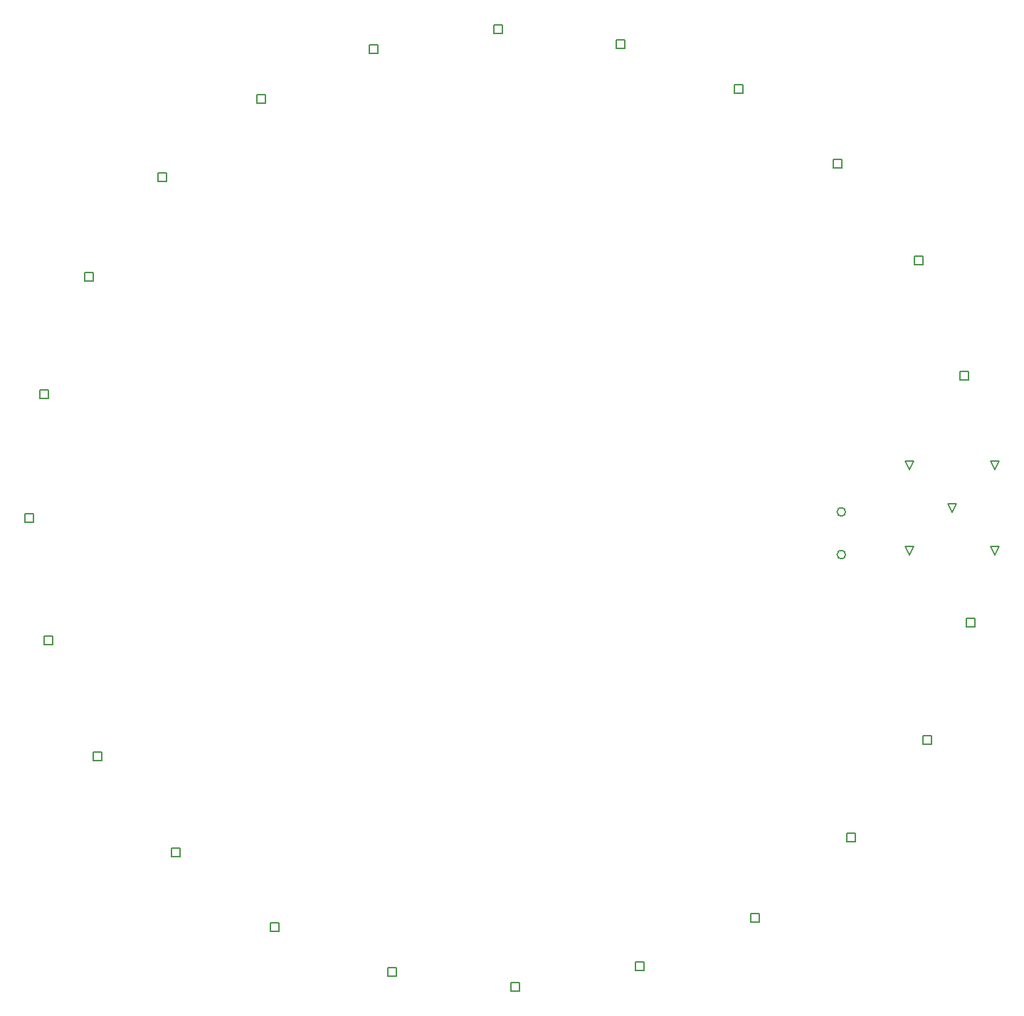
<source format=gbr>
%TF.GenerationSoftware,Altium Limited,Altium Designer,21.0.9 (235)*%
G04 Layer_Color=2752767*
%FSLAX45Y45*%
%MOMM*%
%TF.SameCoordinates,F7A25A3E-D5AF-42C8-93B9-E033C83BC228*%
%TF.FilePolarity,Positive*%
%TF.FileFunction,Drawing*%
%TF.Part,Single*%
G01*
G75*
%TA.AperFunction,NonConductor*%
%ADD53C,0.12700*%
%ADD54C,0.16933*%
D53*
X4050782Y-3971497D02*
Y-3869897D01*
X4152382D01*
Y-3971497D01*
X4050782D01*
X1534094Y-5502177D02*
Y-5400577D01*
X1635694D01*
Y-5502177D01*
X1534094D01*
X-1409907Y-5567414D02*
Y-5465814D01*
X-1308307D01*
Y-5567414D01*
X-1409907D01*
X-3986128Y-4148774D02*
Y-4047174D01*
X-3884528D01*
Y-4148774D01*
X-3986128D01*
X-5505011Y-1628079D02*
Y-1526479D01*
X-5403411D01*
Y-1628079D01*
X-5505011D01*
X-5557167Y1304936D02*
Y1406536D01*
X-5455567D01*
Y1304936D01*
X-5557167D01*
X-4148774Y3884528D02*
Y3986128D01*
X-4047174D01*
Y3884528D01*
X-4148774D01*
X-1632086Y5406281D02*
Y5507881D01*
X-1530486D01*
Y5406281D01*
X-1632086D01*
X1308307Y5465814D02*
Y5567414D01*
X1409907D01*
Y5465814D01*
X1308307D01*
X3884528Y4047175D02*
Y4148775D01*
X3986128D01*
Y4047175D01*
X3884528D01*
X5391188Y1522066D02*
Y1623666D01*
X5492788D01*
Y1522066D01*
X5391188D01*
X5465814Y-1409907D02*
Y-1308307D01*
X5567414D01*
Y-1409907D01*
X5465814D01*
X2712597Y4935545D02*
Y5037145D01*
X2814197D01*
Y4935545D01*
X2712597D01*
X4855143Y2892815D02*
Y2994415D01*
X4956743D01*
Y2892815D01*
X4855143D01*
X4955143Y-2807185D02*
Y-2705585D01*
X5056743D01*
Y-2807185D01*
X4955143D01*
X2905401Y-4930132D02*
Y-4828532D01*
X3007001D01*
Y-4930132D01*
X2905401D01*
X49200Y-5750800D02*
Y-5649200D01*
X150800D01*
Y-5750800D01*
X49200D01*
X-2814197Y-5037145D02*
Y-4935545D01*
X-2712597D01*
Y-5037145D01*
X-2814197D01*
X-4917547Y-3002411D02*
Y-2900811D01*
X-4815947D01*
Y-3002411D01*
X-4917547D01*
X-5731202Y-165808D02*
Y-64208D01*
X-5629602D01*
Y-165808D01*
X-5731202D01*
X-5017547Y2697589D02*
Y2799189D01*
X-4915947D01*
Y2697589D01*
X-5017547D01*
X-2967805Y4820537D02*
Y4922137D01*
X-2866205D01*
Y4820537D01*
X-2967805D01*
X-150800Y5649200D02*
Y5750800D01*
X-49200D01*
Y5649200D01*
X-150800D01*
X5810000Y-560800D02*
X5759200Y-459200D01*
X5860800D01*
X5810000Y-560800D01*
Y459200D02*
X5759200Y560800D01*
X5860800D01*
X5810000Y459200D01*
X4790000D02*
X4739200Y560800D01*
X4840800D01*
X4790000Y459200D01*
Y-560800D02*
X4739200Y-459200D01*
X4840800D01*
X4790000Y-560800D01*
X5300000Y-50800D02*
X5249200Y50800D01*
X5350800D01*
X5300000Y-50800D01*
D54*
X4033300Y-46000D02*
G03*
X4033300Y-46000I-50800J0D01*
G01*
Y-554000D02*
G03*
X4033300Y-554000I-50800J0D01*
G01*
%TF.MD5,809e7c9670b3a11a5648917e43786fb5*%
M02*

</source>
